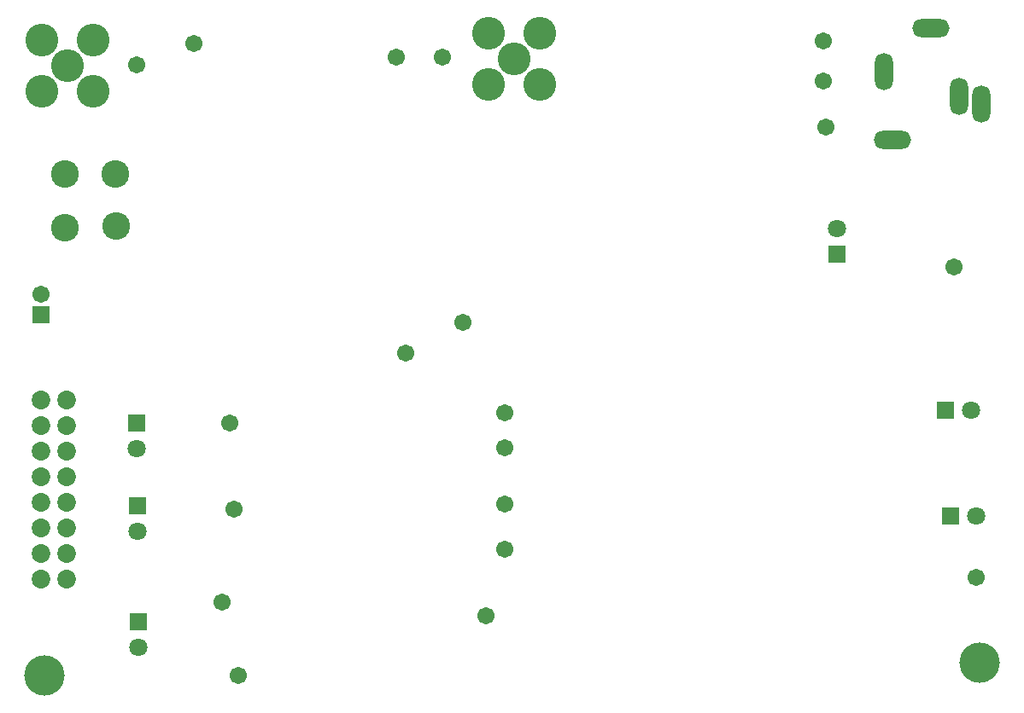
<source format=gbr>
G04 DipTrace 3.3.1.1*
G04 BottomMask.gbr*
%MOIN*%
G04 #@! TF.FileFunction,Soldermask,Bot*
G04 #@! TF.Part,Single*
%ADD42C,0.15748*%
%ADD55C,0.073031*%
%ADD57C,0.108031*%
%ADD59C,0.128031*%
%ADD61C,0.067087*%
%ADD67C,0.067087*%
%ADD69R,0.067087X0.067087*%
%ADD71O,0.071024X0.145827*%
%ADD73O,0.145827X0.071024*%
%ADD77R,0.071024X0.071024*%
%ADD79C,0.071024*%
%FSLAX26Y26*%
G04*
G70*
G90*
G75*
G01*
G04 BotMask*
%LPD*%
D79*
X905717Y1114366D3*
D77*
Y1214366D3*
D79*
X910106Y661322D3*
D77*
Y761322D3*
D79*
X903391Y1440105D3*
D77*
Y1540105D3*
D79*
X3636833Y2300774D3*
D77*
Y2200774D3*
D79*
X4159467Y1590285D3*
D77*
X4059467D3*
D79*
X4181488Y1175874D3*
D77*
X4081488D3*
D42*
X4194016Y601102D3*
X544016Y551102D3*
D73*
X4004369Y3081881D3*
D71*
X4198513Y2784404D3*
X4112459Y2816887D3*
X3819791Y2914261D3*
D73*
X3854681Y2646247D3*
D69*
X531642Y1963510D3*
D67*
Y2042251D3*
D61*
X1953916Y1811890D3*
X1281837Y1203852D3*
X1235551Y840555D3*
X1299528Y551496D3*
X2178004Y1934119D3*
X2340785Y1444001D3*
Y1223827D3*
Y1045469D3*
Y1580545D3*
D59*
X732398Y3035762D3*
Y2835762D3*
D61*
X1127207Y3023131D3*
X4178602Y935894D3*
X902264Y2938459D3*
D57*
X622656Y2513177D3*
X818963D3*
X622656Y2302055D3*
X822667Y2309463D3*
D61*
X2095402Y2970780D3*
X1266791Y1540507D3*
X2268189Y784720D3*
X3582992Y3031811D3*
Y2874331D3*
X3593093Y2694316D3*
X4094803Y2149092D3*
D59*
X532398Y2835762D3*
D61*
X1918167Y2968657D3*
D59*
X532398Y3035762D3*
X632398Y2935762D3*
X2477824Y3063031D3*
Y2863031D3*
X2277824D3*
Y3063031D3*
X2377824Y2963031D3*
D55*
X528988Y1529865D3*
Y1429865D3*
Y1329865D3*
Y1229865D3*
Y1129865D3*
Y1029865D3*
Y929865D3*
X628988D3*
Y1029865D3*
Y1129865D3*
Y1229865D3*
Y1329865D3*
Y1429865D3*
Y1529865D3*
Y1629865D3*
X528988D3*
M02*

</source>
